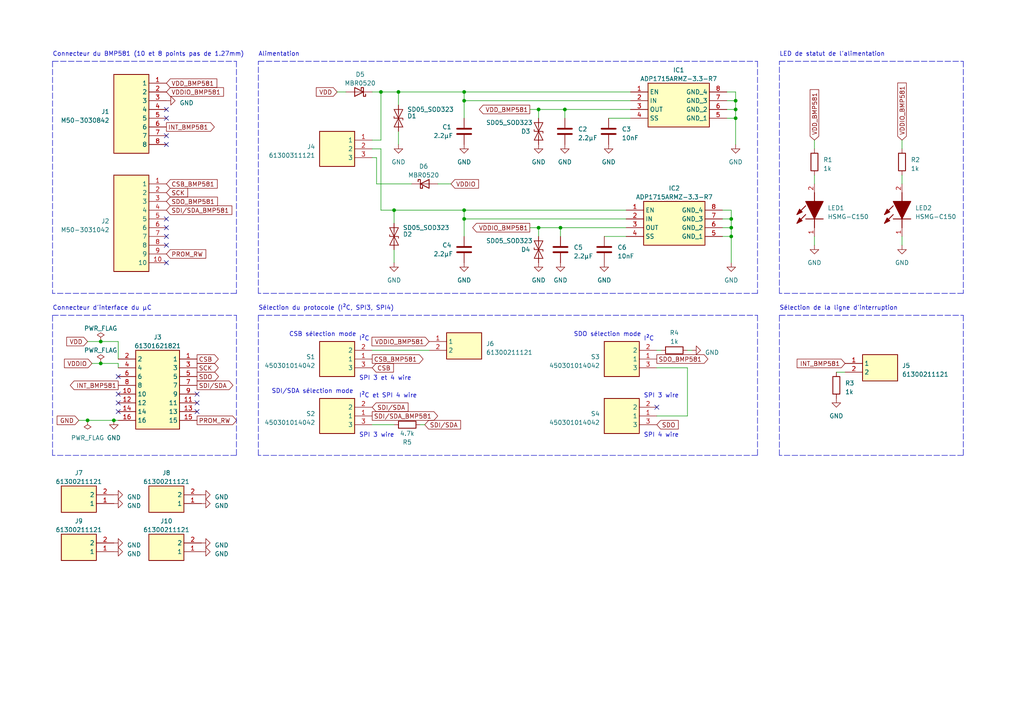
<source format=kicad_sch>
(kicad_sch (version 20250114) (generator "eeschema") (generator_version "9.0")
  (paper "A4")
  (title_block (title "Shield pour BMP581") (date "2024-08-15") (rev "A") (comment 1 "Auteur : Julien Cruvieux"))
  (lib_symbols
    (symbol "450301014042:450301014042"
      (property "Reference" "S" (at 16.51 7.62 0))
      (property "Value" "450301014042" (at 16.51 5.08 0))
      (symbol "450301014042_1_1"
        (rectangle (start 5.08 2.54) (end 15.24 -7.62) (stroke (width 0.254)) (fill (type background)))
        (pin passive line (at 0 0 0) (length 5.08) (name "2") (number "2"))
        (pin passive line (at 0 -2.54 0) (length 5.08) (name "1") (number "1"))
        (pin passive line (at 0 -5.08 0) (length 5.08) (name "3") (number "3"))
      )
    )
    (symbol "61300211121:61300211121"
      (property "Reference" "J" (at 16.51 7.62 0))
      (property "Value" "61300211121" (at 16.51 5.08 0))
      (symbol "61300211121_1_1"
        (rectangle (start 5.08 2.54) (end 15.24 -5.08) (stroke (width 0.254)) (fill (type background)))
        (pin passive line (at 0 0 0) (length 5.08) (name "1") (number "1"))
        (pin passive line (at 0 -2.54 0) (length 5.08) (name "2") (number "2"))
      )
    )
    (symbol "61300311121:61300311121"
      (property "Reference" "J" (at 16.51 7.62 0))
      (property "Value" "61300311121" (at 16.51 5.08 0))
      (symbol "61300311121_1_1"
        (rectangle (start 5.08 2.54) (end 15.24 -7.62) (stroke (width 0.254)) (fill (type background)))
        (pin passive line (at 0 0 0) (length 5.08) (name "1") (number "1"))
        (pin passive line (at 0 -2.54 0) (length 5.08) (name "2") (number "2"))
        (pin passive line (at 0 -5.08 0) (length 5.08) (name "3") (number "3"))
      )
    )
    (symbol "61301621821:61301621821"
      (property "Reference" "J" (at 19.05 7.62 0))
      (property "Value" "61301621821" (at 19.05 5.08 0))
      (symbol "61301621821_1_1"
        (rectangle (start 5.08 2.54) (end 17.78 -20.32) (stroke (width 0.254)) (fill (type background)))
        (pin passive line (at 0 0 0) (length 5.08) (name "1") (number "1"))
        (pin passive line (at 0 -2.54 0) (length 5.08) (name "3") (number "3"))
        (pin passive line (at 0 -5.08 0) (length 5.08) (name "5") (number "5"))
        (pin passive line (at 0 -7.62 0) (length 5.08) (name "7") (number "7"))
        (pin passive line (at 0 -10.16 0) (length 5.08) (name "9") (number "9"))
        (pin passive line (at 0 -12.7 0) (length 5.08) (name "11") (number "11"))
        (pin passive line (at 0 -15.24 0) (length 5.08) (name "13") (number "13"))
        (pin passive line (at 0 -17.78 0) (length 5.08) (name "15") (number "15"))
        (pin passive line (at 22.86 0 180) (length 5.08) (name "2") (number "2"))
        (pin passive line (at 22.86 -2.54 180) (length 5.08) (name "4") (number "4"))
        (pin passive line (at 22.86 -5.08 180) (length 5.08) (name "6") (number "6"))
        (pin passive line (at 22.86 -7.62 180) (length 5.08) (name "8") (number "8"))
        (pin passive line (at 22.86 -10.16 180) (length 5.08) (name "10") (number "10"))
        (pin passive line (at 22.86 -12.7 180) (length 5.08) (name "12") (number "12"))
        (pin passive line (at 22.86 -15.24 180) (length 5.08) (name "14") (number "14"))
        (pin passive line (at 22.86 -17.78 180) (length 5.08) (name "16") (number "16"))
      )
    )
    (symbol "ADP1715ARMZ-3_3-R7:ADP1715ARMZ-3.3-R7"
      (property "Reference" "IC" (at 24.13 7.62 0))
      (property "Value" "ADP1715ARMZ-3.3-R7" (at 24.13 5.08 0))
      (symbol "ADP1715ARMZ-3.3-R7_1_1"
        (rectangle (start 5.08 2.54) (end 22.86 -10.16) (stroke (width 0.254)) (fill (type background)))
        (pin passive line (at 0 0 0) (length 5.08) (name "EN") (number "1"))
        (pin passive line (at 0 -2.54 0) (length 5.08) (name "IN") (number "2"))
        (pin passive line (at 0 -5.08 0) (length 5.08) (name "OUT") (number "3"))
        (pin passive line (at 0 -7.62 0) (length 5.08) (name "SS") (number "4"))
        (pin passive line (at 27.94 0 180) (length 5.08) (name "GND_4") (number "8"))
        (pin passive line (at 27.94 -2.54 180) (length 5.08) (name "GND_3") (number "7"))
        (pin passive line (at 27.94 -5.08 180) (length 5.08) (name "GND_2") (number "6"))
        (pin passive line (at 27.94 -7.62 180) (length 5.08) (name "GND_1") (number "5"))
      )
    )
    (symbol "Device:C" (pin_numbers (hide yes)) (pin_names (offset 0.254))
      (property "Reference" "C" (at 0.635 2.54 0))
      (property "Value" "C" (at 0.635 -2.54 0))
      (symbol "C_0_1"
        (polyline (pts (xy -2.032 0.762) (xy 2.032 0.762)) (stroke (width 0.508)))
        (polyline (pts (xy -2.032 -0.762) (xy 2.032 -0.762)) (stroke (width 0.508)))
      )
      (symbol "C_1_1"
        (pin passive line (at 0 3.81 270) (length 2.794) (name "~") (number "1"))
        (pin passive line (at 0 -3.81 90) (length 2.794) (name "~") (number "2"))
      )
    )
    (symbol "Device:R" (pin_numbers (hide yes)) (pin_names (offset 0))
      (property "Reference" "R" (at 2.032 0 90))
      (property "Value" "R" (at 0 0 90))
      (symbol "R_0_1"
        (rectangle (start -1.016 -2.54) (end 1.016 2.54) (stroke (width 0.254)))
      )
      (symbol "R_1_1"
        (pin passive line (at 0 3.81 270) (length 1.27) (name "~") (number "1"))
        (pin passive line (at 0 -3.81 90) (length 1.27) (name "~") (number "2"))
      )
    )
    (symbol "Diode:MBR0520" (pin_numbers (hide yes)) (pin_names (offset 1.016) (hide yes))
      (property "Reference" "D" (at 0 2.54 0))
      (property "Value" "MBR0520" (at 0 -2.54 0))
      (symbol "MBR0520_0_1"
        (polyline (pts (xy -1.905 0.635) (xy -1.905 1.27) (xy -1.27 1.27) (xy -1.27 -1.27) (xy -0.635 -1.27) (xy -0.635 -0.635)) (stroke (width 0.254)))
        (polyline (pts (xy 1.27 1.27) (xy 1.27 -1.27) (xy -1.27 0) (xy 1.27 1.27)) (stroke (width 0.254)))
        (polyline (pts (xy 1.27 0) (xy -1.27 0)))
      )
      (symbol "MBR0520_1_1"
        (pin passive line (at -3.81 0 0) (length 2.54) (name "K") (number "1"))
        (pin passive line (at 3.81 0 180) (length 2.54) (name "A") (number "2"))
      )
    )
    (symbol "Diode:SD05_SOD323" (pin_numbers (hide yes)) (pin_names (offset 1.016) (hide yes))
      (property "Reference" "D" (at 0 2.54 0))
      (property "Value" "SD05_SOD323" (at 0 -2.54 0))
      (symbol "SD05_SOD323_0_1"
        (polyline (pts (xy -2.54 -1.27) (xy 0 0) (xy -2.54 1.27) (xy -2.54 -1.27)) (stroke (width 0.2032)))
        (polyline (pts (xy 0.508 1.27) (xy 0 1.27) (xy 0 -1.27) (xy -0.508 -1.27)) (stroke (width 0.2032)))
        (polyline (pts (xy 1.27 0) (xy -1.27 0)))
        (polyline (pts (xy 2.54 1.27) (xy 2.54 -1.27) (xy 0 0) (xy 2.54 1.27)) (stroke (width 0.2032)))
      )
      (symbol "SD05_SOD323_1_1"
        (pin passive line (at -3.81 0 0) (length 2.54) (name "A1") (number "1"))
        (pin passive line (at 3.81 0 180) (length 2.54) (name "A2") (number "2"))
      )
    )
    (symbol "HSMG-C150:HSMG-C150" (pin_names (hide yes))
      (property "Reference" "LED" (at 12.7 8.89 0))
      (property "Value" "HSMG-C150" (at 12.7 6.35 0))
      (symbol "HSMG-C150_1_1"
        (polyline (pts (xy 2.54 0) (xy 5.08 0)) (stroke (width 0.254)))
        (polyline (pts (xy 5.08 2.54) (xy 5.08 -2.54)) (stroke (width 0.254)))
        (polyline (pts (xy 5.08 0) (xy 10.16 2.54) (xy 10.16 -2.54) (xy 5.08 0)) (stroke (width 0.254)) (fill (type outline)))
        (polyline (pts (xy 5.334 4.318) (xy 4.572 3.556) (xy 3.81 5.08) (xy 5.334 4.318)) (stroke (width 0.254)) (fill (type outline)))
        (polyline (pts (xy 6.35 2.54) (xy 3.81 5.08)) (stroke (width 0.254)))
        (polyline (pts (xy 7.874 4.318) (xy 7.112 3.556) (xy 6.35 5.08) (xy 7.874 4.318)) (stroke (width 0.254)) (fill (type outline)))
        (polyline (pts (xy 8.89 2.54) (xy 6.35 5.08)) (stroke (width 0.254)))
        (polyline (pts (xy 10.16 0) (xy 12.7 0)) (stroke (width 0.254)))
        (pin passive line (at 0 0 0) (length 2.54) (name "K") (number "1"))
        (pin passive line (at 15.24 0 180) (length 2.54) (name "A") (number "2"))
      )
    )
    (symbol "M50-3030842:M50-3030842"
      (property "Reference" "J" (at 16.51 7.62 0))
      (property "Value" "M50-3030842" (at 16.51 5.08 0))
      (symbol "M50-3030842_1_1"
        (rectangle (start 5.08 2.54) (end 15.24 -20.32) (stroke (width 0.254)) (fill (type background)))
        (pin passive line (at 0 0 0) (length 5.08) (name "1") (number "1"))
        (pin passive line (at 0 -2.54 0) (length 5.08) (name "2") (number "2"))
        (pin passive line (at 0 -5.08 0) (length 5.08) (name "3") (number "3"))
        (pin passive line (at 0 -7.62 0) (length 5.08) (name "4") (number "4"))
        (pin passive line (at 0 -10.16 0) (length 5.08) (name "5") (number "5"))
        (pin passive line (at 0 -12.7 0) (length 5.08) (name "6") (number "6"))
        (pin passive line (at 0 -15.24 0) (length 5.08) (name "7") (number "7"))
        (pin passive line (at 0 -17.78 0) (length 5.08) (name "8") (number "8"))
      )
    )
    (symbol "M50-3031042:M50-3031042"
      (property "Reference" "J" (at 16.51 7.62 0))
      (property "Value" "M50-3031042" (at 16.51 5.08 0))
      (symbol "M50-3031042_1_1"
        (rectangle (start 5.08 2.54) (end 15.24 -25.4) (stroke (width 0.254)) (fill (type background)))
        (pin passive line (at 0 0 0) (length 5.08) (name "1") (number "1"))
        (pin passive line (at 0 -2.54 0) (length 5.08) (name "2") (number "2"))
        (pin passive line (at 0 -5.08 0) (length 5.08) (name "3") (number "3"))
        (pin passive line (at 0 -7.62 0) (length 5.08) (name "4") (number "4"))
        (pin passive line (at 0 -10.16 0) (length 5.08) (name "5") (number "5"))
        (pin passive line (at 0 -12.7 0) (length 5.08) (name "6") (number "6"))
        (pin passive line (at 0 -15.24 0) (length 5.08) (name "7") (number "7"))
        (pin passive line (at 0 -17.78 0) (length 5.08) (name "8") (number "8"))
        (pin passive line (at 0 -20.32 0) (length 5.08) (name "9") (number "9"))
        (pin passive line (at 0 -22.86 0) (length 5.08) (name "10") (number "10"))
      )
    )
    (symbol "power:GND" (power) (pin_names (offset 0))
      (property "Value" "GND" (at 0 -3.81 0))
      (symbol "GND_0_1"
        (polyline (pts (xy 0 0) (xy 0 -1.27) (xy 1.27 -1.27) (xy 0 -2.54) (xy -1.27 -1.27) (xy 0 -1.27)))
      )
      (symbol "GND_1_1"
        (pin power_in line (at 0 0 270) (length 0) (hide yes) (name "GND") (number "1"))
      )
    )
    (symbol "power:PWR_FLAG" (power) (pin_numbers (hide yes)) (pin_names (offset 0) (hide yes))
      (property "Value" "PWR_FLAG" (at 0 3.81 0))
      (symbol "PWR_FLAG_0_0"
        (pin power_out line (at 0 0 90) (length 0) (name "pwr") (number "1"))
      )
      (symbol "PWR_FLAG_0_1"
        (polyline (pts (xy 0 0) (xy 0 1.27) (xy -1.016 1.905) (xy 0 2.54) (xy 1.016 1.905) (xy 0 1.27)))
      )
    )
  )
  (text "SPI 3 wire" (at 186.69 115.57 0) (effects (font (size 1.27 1.27)) (justify left bottom)))
  (text "I²C et SPI 4 wire" (at 104.14 115.57 0) (effects (font (size 1.27 1.27)) (justify left bottom)))
  (text "Alimentation" (at 74.93 16.51 0) (effects (font (size 1.27 1.27)) (justify left bottom)))
  (text "Connecteur d'interface du µC" (at 15.24 90.17 0) (effects (font (size 1.27 1.27)) (justify left bottom)))
  (text "LED de statut de l'alimentation" (at 226.06 16.51 0) (effects (font (size 1.27 1.27)) (justify left bottom)))
  (text "SPI 4 wire" (at 186.69 127 0) (effects (font (size 1.27 1.27)) (justify left bottom)))
  (text "SDI/SDA sélection mode" (at 78.74 114.3 0) (effects (font (size 1.27 1.27)) (justify left bottom)))
  (text "Connecteur du BMP581 (10 et 8 points pas de 1.27mm)\n" (at 15.24 16.51 0) (effects (font (size 1.27 1.27)) (justify left bottom)))
  (text "I²C" (at 104.14 99.06 0) (effects (font (size 1.27 1.27)) (justify left bottom)))
  (text "SPI 3 et 4 wire" (at 104.14 110.49 0) (effects (font (size 1.27 1.27)) (justify left bottom)))
  (text "SPI 3 wire" (at 104.14 127 0) (effects (font (size 1.27 1.27)) (justify left bottom)))
  (text "CSB sélection mode" (at 83.82 97.79 0) (effects (font (size 1.27 1.27)) (justify left bottom)))
  (text "I²C" (at 186.69 99.06 0) (effects (font (size 1.27 1.27)) (justify left bottom)))
  (text "SDO sélection mode" (at 166.37 97.79 0) (effects (font (size 1.27 1.27)) (justify left bottom)))
  (text "Sélection du protocole (I²C, SPI3, SPI4)" (at 74.93 90.17 0) (effects (font (size 1.27 1.27)) (justify left bottom)))
  (text "Sélection de la ligne d'interruption" (at 226.06 90.17 0) (effects (font (size 1.27 1.27)) (justify left bottom)))
  (junction (at 134.62 63.5))
  (junction (at 212.09 63.5))
  (junction (at 29.21 99.06))
  (junction (at 33.02 121.92))
  (junction (at 115.57 26.67))
  (junction (at 212.09 68.58))
  (junction (at 162.56 66.04))
  (junction (at 213.36 34.29))
  (junction (at 25.4 121.92))
  (junction (at 134.62 60.96))
  (junction (at 156.21 66.04))
  (junction (at 163.83 31.75))
  (junction (at 134.62 29.21))
  (junction (at 114.3 60.96))
  (junction (at 212.09 66.04))
  (junction (at 213.36 29.21))
  (junction (at 156.21 31.75))
  (junction (at 110.49 26.67))
  (junction (at 213.36 31.75))
  (junction (at 134.62 26.67))
  (junction (at 29.21 105.41))
  (no_connect (at 48.26 41.91))
  (no_connect (at 190.5 118.11))
  (no_connect (at 48.26 71.12))
  (no_connect (at 48.26 63.5))
  (no_connect (at 57.15 119.38))
  (no_connect (at 48.26 68.58))
  (no_connect (at 57.15 114.3))
  (no_connect (at 34.29 116.84))
  (no_connect (at 48.26 39.37))
  (no_connect (at 34.29 109.22))
  (no_connect (at 48.26 66.04))
  (no_connect (at 34.29 119.38))
  (no_connect (at 48.26 31.75))
  (no_connect (at 34.29 114.3))
  (no_connect (at 48.26 34.29))
  (no_connect (at 57.15 116.84))
  (no_connect (at 48.26 76.2))
  (wire (pts (xy 199.39 106.68) (xy 190.5 106.68)))
  (wire (pts (xy 114.3 60.96) (xy 114.3 64.77)))
  (wire (pts (xy 156.21 68.58) (xy 156.21 66.04)))
  (polyline (pts (xy 74.93 132.08) (xy 74.93 91.44)) (stroke (width 0) (type dash)))
  (wire (pts (xy 34.29 99.06) (xy 34.29 104.14)))
  (wire (pts (xy 212.09 68.58) (xy 212.09 76.2)))
  (wire (pts (xy 115.57 26.67) (xy 134.62 26.67)))
  (wire (pts (xy 175.26 68.58) (xy 181.61 68.58)))
  (wire (pts (xy 213.36 29.21) (xy 213.36 31.75)))
  (wire (pts (xy 134.62 60.96) (xy 134.62 63.5)))
  (wire (pts (xy 107.95 45.72) (xy 109.22 45.72)))
  (wire (pts (xy 212.09 66.04) (xy 212.09 68.58)))
  (wire (pts (xy 209.55 68.58) (xy 212.09 68.58)))
  (wire (pts (xy 29.21 99.06) (xy 34.29 99.06)))
  (polyline (pts (xy 74.93 91.44) (xy 219.71 91.44)) (stroke (width 0) (type dash)))
  (polyline (pts (xy 226.06 132.08) (xy 226.06 91.44)) (stroke (width 0) (type dash)))
  (wire (pts (xy 209.55 60.96) (xy 212.09 60.96)))
  (wire (pts (xy 107.95 123.19) (xy 114.3 123.19)))
  (wire (pts (xy 156.21 31.75) (xy 163.83 31.75)))
  (wire (pts (xy 134.62 60.96) (xy 181.61 60.96)))
  (wire (pts (xy 199.39 120.65) (xy 199.39 106.68)))
  (polyline (pts (xy 226.06 85.09) (xy 226.06 17.78)) (stroke (width 0) (type dash)))
  (wire (pts (xy 33.02 121.92) (xy 34.29 121.92)))
  (polyline (pts (xy 219.71 17.78) (xy 219.71 85.09)) (stroke (width 0) (type dash)))
  (polyline (pts (xy 68.58 132.08) (xy 15.24 132.08)) (stroke (width 0) (type dash)))
  (wire (pts (xy 107.95 101.6) (xy 124.46 101.6)))
  (wire (pts (xy 110.49 40.64) (xy 107.95 40.64)))
  (wire (pts (xy 163.83 31.75) (xy 182.88 31.75)))
  (polyline (pts (xy 74.93 85.09) (xy 74.93 17.78)) (stroke (width 0) (type dash)))
  (wire (pts (xy 261.62 40.64) (xy 261.62 43.18)))
  (wire (pts (xy 236.22 40.64) (xy 236.22 43.18)))
  (wire (pts (xy 97.79 26.67) (xy 100.33 26.67)))
  (wire (pts (xy 115.57 38.1) (xy 115.57 41.91)))
  (wire (pts (xy 110.49 43.18) (xy 110.49 60.96)))
  (polyline (pts (xy 279.4 91.44) (xy 279.4 132.08)) (stroke (width 0) (type dash)))
  (wire (pts (xy 134.62 29.21) (xy 182.88 29.21)))
  (wire (pts (xy 210.82 29.21) (xy 213.36 29.21)))
  (polyline (pts (xy 219.71 85.09) (xy 74.93 85.09)) (stroke (width 0) (type dash)))
  (wire (pts (xy 236.22 68.58) (xy 236.22 71.12)))
  (polyline (pts (xy 226.06 91.44) (xy 279.4 91.44)) (stroke (width 0) (type dash)))
  (wire (pts (xy 134.62 68.58) (xy 134.62 63.5)))
  (polyline (pts (xy 68.58 17.78) (xy 68.58 85.09)) (stroke (width 0) (type dash)))
  (wire (pts (xy 210.82 34.29) (xy 213.36 34.29)))
  (wire (pts (xy 114.3 60.96) (xy 134.62 60.96)))
  (wire (pts (xy 190.5 120.65) (xy 199.39 120.65)))
  (wire (pts (xy 114.3 72.39) (xy 114.3 76.2)))
  (wire (pts (xy 107.95 26.67) (xy 110.49 26.67)))
  (wire (pts (xy 110.49 60.96) (xy 114.3 60.96)))
  (wire (pts (xy 134.62 34.29) (xy 134.62 29.21)))
  (wire (pts (xy 22.86 121.92) (xy 25.4 121.92)))
  (wire (pts (xy 213.36 34.29) (xy 213.36 41.91)))
  (polyline (pts (xy 68.58 85.09) (xy 15.24 85.09)) (stroke (width 0) (type dash)))
  (wire (pts (xy 212.09 60.96) (xy 212.09 63.5)))
  (wire (pts (xy 109.22 45.72) (xy 109.22 53.34)))
  (polyline (pts (xy 226.06 17.78) (xy 279.4 17.78)) (stroke (width 0) (type dash)))
  (polyline (pts (xy 279.4 85.09) (xy 226.06 85.09)) (stroke (width 0) (type dash)))
  (wire (pts (xy 212.09 63.5) (xy 212.09 66.04)))
  (wire (pts (xy 127 53.34) (xy 130.81 53.34)))
  (polyline (pts (xy 15.24 91.44) (xy 68.58 91.44)) (stroke (width 0) (type dash)))
  (wire (pts (xy 209.55 63.5) (xy 212.09 63.5)))
  (wire (pts (xy 156.21 31.75) (xy 156.21 34.29)))
  (wire (pts (xy 134.62 26.67) (xy 182.88 26.67)))
  (polyline (pts (xy 279.4 17.78) (xy 279.4 85.09)) (stroke (width 0) (type dash)))
  (wire (pts (xy 162.56 68.58) (xy 162.56 66.04)))
  (polyline (pts (xy 15.24 132.08) (xy 15.24 91.44)) (stroke (width 0) (type dash)))
  (wire (pts (xy 134.62 63.5) (xy 181.61 63.5)))
  (wire (pts (xy 210.82 31.75) (xy 213.36 31.75)))
  (wire (pts (xy 25.4 99.06) (xy 29.21 99.06)))
  (wire (pts (xy 110.49 26.67) (xy 110.49 40.64)))
  (wire (pts (xy 115.57 26.67) (xy 115.57 30.48)))
  (wire (pts (xy 261.62 50.8) (xy 261.62 53.34)))
  (wire (pts (xy 209.55 66.04) (xy 212.09 66.04)))
  (polyline (pts (xy 219.71 91.44) (xy 219.71 132.08)) (stroke (width 0) (type dash)))
  (wire (pts (xy 25.4 121.92) (xy 33.02 121.92)))
  (wire (pts (xy 199.39 101.6) (xy 200.66 101.6)))
  (wire (pts (xy 121.92 123.19) (xy 123.19 123.19)))
  (wire (pts (xy 107.95 43.18) (xy 110.49 43.18)))
  (wire (pts (xy 134.62 26.67) (xy 134.62 29.21)))
  (wire (pts (xy 29.21 105.41) (xy 34.29 105.41)))
  (wire (pts (xy 190.5 101.6) (xy 191.77 101.6)))
  (polyline (pts (xy 15.24 17.78) (xy 15.24 85.09)) (stroke (width 0) (type dash)))
  (wire (pts (xy 153.67 66.04) (xy 156.21 66.04)))
  (wire (pts (xy 236.22 50.8) (xy 236.22 53.34)))
  (wire (pts (xy 210.82 26.67) (xy 213.36 26.67)))
  (wire (pts (xy 242.57 107.95) (xy 245.11 107.95)))
  (wire (pts (xy 213.36 31.75) (xy 213.36 34.29)))
  (wire (pts (xy 109.22 53.34) (xy 119.38 53.34)))
  (wire (pts (xy 156.21 66.04) (xy 162.56 66.04)))
  (wire (pts (xy 26.67 105.41) (xy 29.21 105.41)))
  (wire (pts (xy 176.53 34.29) (xy 182.88 34.29)))
  (polyline (pts (xy 15.24 17.78) (xy 68.58 17.78)) (stroke (width 0) (type dash)))
  (wire (pts (xy 153.67 31.75) (xy 156.21 31.75)))
  (wire (pts (xy 34.29 105.41) (xy 34.29 106.68)))
  (wire (pts (xy 163.83 34.29) (xy 163.83 31.75)))
  (polyline (pts (xy 279.4 132.08) (xy 226.06 132.08)) (stroke (width 0) (type dash)))
  (wire (pts (xy 261.62 68.58) (xy 261.62 71.12)))
  (polyline (pts (xy 74.93 17.78) (xy 219.71 17.78)) (stroke (width 0) (type dash)))
  (wire (pts (xy 162.56 66.04) (xy 181.61 66.04)))
  (wire (pts (xy 115.57 26.67) (xy 110.49 26.67)))
  (wire (pts (xy 213.36 26.67) (xy 213.36 29.21)))
  (polyline (pts (xy 219.71 132.08) (xy 74.93 132.08)) (stroke (width 0) (type dash)))
  (polyline (pts (xy 68.58 91.44) (xy 68.58 132.08)) (stroke (width 0) (type dash)))
  (global_label "SDI{slash}SDA_BMP581" (shape output) (at 107.95 120.65 0) (property "Intersheetrefs" "${INTERSHEET_REFS}" (effects (hide yes))))
  (global_label "SDO_BMP581" (shape input) (at 48.26 58.42 0) (property "Intersheetrefs" "${INTERSHEET_REFS}" (effects (hide yes))))
  (global_label "INT_BMP581" (shape input) (at 245.11 105.41 180) (property "Intersheetrefs" "${INTERSHEET_REFS}" (effects (hide yes))))
  (global_label "PROM_RW" (shape input) (at 48.26 73.66 0) (property "Intersheetrefs" "${INTERSHEET_REFS}" (effects (hide yes))))
  (global_label "SDI{slash}SDA" (shape input) (at 107.95 118.11 0) (property "Intersheetrefs" "${INTERSHEET_REFS}" (effects (hide yes))))
  (global_label "SDI{slash}SDA" (shape output) (at 57.15 111.76 0) (property "Intersheetrefs" "${INTERSHEET_REFS}" (effects (hide yes))))
  (global_label "SCK" (shape output) (at 57.15 106.68 0) (property "Intersheetrefs" "${INTERSHEET_REFS}" (effects (hide yes))))
  (global_label "SDO" (shape output) (at 57.15 109.22 0) (property "Intersheetrefs" "${INTERSHEET_REFS}" (effects (hide yes))))
  (global_label "SDO" (shape input) (at 190.5 123.19 0) (property "Intersheetrefs" "${INTERSHEET_REFS}" (effects (hide yes))))
  (global_label "PROM_RW" (shape output) (at 57.15 121.92 0) (property "Intersheetrefs" "${INTERSHEET_REFS}" (effects (hide yes))))
  (global_label "VDDIO_BMP581" (shape output) (at 153.67 66.04 180) (property "Intersheetrefs" "${INTERSHEET_REFS}" (effects (hide yes))))
  (global_label "INT_BMP581" (shape output) (at 34.29 111.76 180) (property "Intersheetrefs" "${INTERSHEET_REFS}" (effects (hide yes))))
  (global_label "CSB" (shape output) (at 57.15 104.14 0) (property "Intersheetrefs" "${INTERSHEET_REFS}" (effects (hide yes))))
  (global_label "INT_BMP581" (shape output) (at 48.26 36.83 0) (property "Intersheetrefs" "${INTERSHEET_REFS}" (effects (hide yes))))
  (global_label "CSB_BMP581" (shape input) (at 48.26 53.34 0) (property "Intersheetrefs" "${INTERSHEET_REFS}" (effects (hide yes))))
  (global_label "VDD_BMP581" (shape input) (at 236.22 40.64 90) (property "Intersheetrefs" "${INTERSHEET_REFS}" (effects (hide yes))))
  (global_label "VDDIO" (shape input) (at 130.81 53.34 0) (property "Intersheetrefs" "${INTERSHEET_REFS}" (effects (hide yes))))
  (global_label "VDD_BMP581" (shape input) (at 48.26 24.13 0) (property "Intersheetrefs" "${INTERSHEET_REFS}" (effects (hide yes))))
  (global_label "SCK" (shape input) (at 48.26 55.88 0) (property "Intersheetrefs" "${INTERSHEET_REFS}" (effects (hide yes))))
  (global_label "VDD_BMP581" (shape output) (at 153.67 31.75 180) (property "Intersheetrefs" "${INTERSHEET_REFS}" (effects (hide yes))))
  (global_label "VDDIO_BMP581" (shape input) (at 124.46 99.06 180) (property "Intersheetrefs" "${INTERSHEET_REFS}" (effects (hide yes))))
  (global_label "VDD" (shape input) (at 97.79 26.67 180) (property "Intersheetrefs" "${INTERSHEET_REFS}" (effects (hide yes))))
  (global_label "VDDIO_BMP581" (shape input) (at 261.62 40.64 90) (property "Intersheetrefs" "${INTERSHEET_REFS}" (effects (hide yes))))
  (global_label "VDDIO" (shape input) (at 26.67 105.41 180) (property "Intersheetrefs" "${INTERSHEET_REFS}" (effects (hide yes))))
  (global_label "VDDIO_BMP581" (shape input) (at 48.26 26.67 0) (property "Intersheetrefs" "${INTERSHEET_REFS}" (effects (hide yes))))
  (global_label "VDD" (shape input) (at 25.4 99.06 180) (property "Intersheetrefs" "${INTERSHEET_REFS}" (effects (hide yes))))
  (global_label "SDI{slash}SDA" (shape input) (at 123.19 123.19 0) (property "Intersheetrefs" "${INTERSHEET_REFS}" (effects (hide yes))))
  (global_label "CSB" (shape input) (at 107.95 106.68 0) (property "Intersheetrefs" "${INTERSHEET_REFS}" (effects (hide yes))))
  (global_label "SDO_BMP581" (shape output) (at 190.5 104.14 0) (property "Intersheetrefs" "${INTERSHEET_REFS}" (effects (hide yes))))
  (global_label "SDI{slash}SDA_BMP581" (shape input) (at 48.26 60.96 0) (property "Intersheetrefs" "${INTERSHEET_REFS}" (effects (hide yes))))
  (global_label "CSB_BMP581" (shape output) (at 107.95 104.14 0) (property "Intersheetrefs" "${INTERSHEET_REFS}" (effects (hide yes))))
  (global_label "GND" (shape input) (at 22.86 121.92 180) (property "Intersheetrefs" "${INTERSHEET_REFS}" (effects (hide yes))))
  (symbol (lib_id "power:GND") (at 261.62 71.12 0) (unit 1)
    (property "Reference" "#PWR013" (effects (hide yes)))
    (property "Value" "GND" (at 261.62 76.2 0))
  )
  (symbol (lib_id "HSMG-C150:HSMG-C150") (at 261.62 68.58 90) (unit 1)
    (property "Reference" "LED2" (at 265.43 60.325 90) (effects (justify right)))
    (property "Value" "HSMG-C150" (at 265.43 62.865 90) (effects (justify right)))
    (property "Footprint" "KiCad_HSMG-C150:LEDC3216X120N" (effects (hide yes)))
    (property "Datasheet" "https://docs.broadcom.com/docs/AV02-0551EN" (effects (hide yes)))
    (property "Height" "1.2" (effects (hide yes)))
    (property "Mouser Part Number" "630-HSMG-C150" (effects (hide yes)))
    (property "Mouser Price/Stock" "https://www.mouser.co.uk/ProductDetail/Broadcom-Avago/HSMG-C150?qs=YDL0qNrpDT6zJe9nNPPiZQ%3D%3D" (effects (hide yes)))
    (property "Manufacturer_Name" "Avago Technologies" (effects (hide yes)))
    (property "Manufacturer_Part_Number" "HSMG-C150" (effects (hide yes)))
  )
  (symbol (lib_id "M50-3031042:M50-3031042") (at 48.26 53.34 0) (mirror y) (unit 1)
    (property "Reference" "J2" (at 31.75 64.135 0) (effects (justify left)))
    (property "Value" "M50-3031042" (at 31.75 66.675 0) (effects (justify left)))
    (property "Footprint" "KiCad_M503031042:M503031042" (effects (hide yes)))
    (property "Datasheet" "https://cdn.harwin.com/pdfs/M50-303.pdf" (effects (hide yes)))
    (property "Height" "4.55" (effects (hide yes)))
    (property "Manufacturer_Name" "Harwin" (effects (hide yes)))
    (property "Manufacturer_Part_Number" "M50-3031042" (effects (hide yes)))
    (property "Mouser Part Number" "855-M50-3031042" (effects (hide yes)))
    (property "Mouser Price/Stock" "https://www.mouser.co.uk/ProductDetail/Harwin/M50-3031042?qs=%252BdQmOuGyFcGr7bDrWORUuA%3D%3D" (effects (hide yes)))
  )
  (symbol (lib_id "power:GND") (at 58.42 146.05 90) (unit 1)
    (property "Reference" "#PWR021" (effects (hide yes)))
    (property "Value" "GND" (at 62.23 146.685 90) (effects (justify right)))
  )
  (symbol (lib_id "61300211121:61300211121") (at 33.02 160.02 180) (unit 1)
    (property "Reference" "J9" (at 22.86 151.13 0))
    (property "Value" "61300211121" (at 22.86 153.67 0))
    (property "Footprint" "KiCad_61300211121:HDRV2W110P0X254_1X2_508X254X854P" (effects (hide yes)))
    (property "Datasheet" "https://componentsearchengine.com/Datasheets/2/61300211121.pdf" (effects (hide yes)))
    (property "Height" "8.54" (effects (hide yes)))
    (property "Mouser Part Number" "710-61300211121" (effects (hide yes)))
    (property "Mouser Price/Stock" "https://www.mouser.co.uk/ProductDetail/Wurth-Elektronik/61300211121?qs=t4813l51qx%252B1A5GYDQxPlw%3D%3D" (effects (hide yes)))
    (property "Manufacturer_Name" "Wurth Elektronik" (effects (hide yes)))
    (property "Manufacturer_Part_Number" "61300211121" (effects (hide yes)))
  )
  (symbol (lib_id "61300211121:61300211121") (at 124.46 99.06 0) (unit 1)
    (property "Reference" "J6" (at 140.97 99.695 0) (effects (justify left)))
    (property "Value" "61300211121" (at 140.97 102.235 0) (effects (justify left)))
    (property "Footprint" "KiCad_61300211121:HDRV2W110P0X254_1X2_508X254X854P" (effects (hide yes)))
    (property "Datasheet" "https://componentsearchengine.com/Datasheets/2/61300211121.pdf" (effects (hide yes)))
    (property "Height" "8.54" (effects (hide yes)))
    (property "Mouser Part Number" "710-61300211121" (effects (hide yes)))
    (property "Mouser Price/Stock" "https://www.mouser.co.uk/ProductDetail/Wurth-Elektronik/61300211121?qs=t4813l51qx%252B1A5GYDQxPlw%3D%3D" (effects (hide yes)))
    (property "Manufacturer_Name" "Wurth Elektronik" (effects (hide yes)))
    (property "Manufacturer_Part_Number" "61300211121" (effects (hide yes)))
  )
  (symbol (lib_id "450301014042:450301014042") (at 107.95 118.11 0) (mirror y) (unit 1)
    (property "Reference" "S2" (at 91.44 120.015 0) (effects (justify left)))
    (property "Value" "450301014042" (at 91.44 122.555 0) (effects (justify left)))
    (property "Footprint" "KiCad_450301014042:450301014042" (effects (hide yes)))
    (property "Datasheet" "https://datasheet.datasheetarchive.com/originals/distributors/DKDS-9/165080.pdf" (effects (hide yes)))
    (property "Mouser Part Number" "710-450301014042" (effects (hide yes)))
    (property "Mouser Price/Stock" "https://www.mouser.co.uk/ProductDetail/Wurth-Elektronik/450301014042?qs=wr8lucFkNMW0uepaR4R%2Fww%3D%3D" (effects (hide yes)))
    (property "Manufacturer_Name" "Wurth Elektronik" (effects (hide yes)))
    (property "Manufacturer_Part_Number" "450301014042" (effects (hide yes)))
  )
  (symbol (lib_id "61300211121:61300211121") (at 58.42 146.05 180) (unit 1)
    (property "Reference" "J8" (at 48.26 137.16 0))
    (property "Value" "61300211121" (at 48.26 139.7 0))
    (property "Footprint" "KiCad_61300211121:HDRV2W110P0X254_1X2_508X254X854P" (effects (hide yes)))
    (property "Datasheet" "https://componentsearchengine.com/Datasheets/2/61300211121.pdf" (effects (hide yes)))
    (property "Height" "8.54" (effects (hide yes)))
    (property "Mouser Part Number" "710-61300211121" (effects (hide yes)))
    (property "Mouser Price/Stock" "https://www.mouser.co.uk/ProductDetail/Wurth-Elektronik/61300211121?qs=t4813l51qx%252B1A5GYDQxPlw%3D%3D" (effects (hide yes)))
    (property "Manufacturer_Name" "Wurth Elektronik" (effects (hide yes)))
    (property "Manufacturer_Part_Number" "61300211121" (effects (hide yes)))
  )
  (symbol (lib_id "Device:C") (at 176.53 38.1 0) (unit 1)
    (property "Reference" "C3" (at 180.34 37.465 0) (effects (justify left)))
    (property "Value" "10nF" (at 180.34 40.005 0) (effects (justify left)))
    (property "Footprint" "Capacitor_SMD:C_0603_1608Metric_Pad1.08x0.95mm_HandSolder" (effects (hide yes)))
  )
  (symbol (lib_id "power:GND") (at 33.02 160.02 90) (unit 1)
    (property "Reference" "#PWR026" (effects (hide yes)))
    (property "Value" "GND" (at 36.83 160.655 90) (effects (justify right)))
  )
  (symbol (lib_id "450301014042:450301014042") (at 107.95 101.6 0) (mirror y) (unit 1)
    (property "Reference" "S1" (at 91.44 103.505 0) (effects (justify left)))
    (property "Value" "450301014042" (at 91.44 106.045 0) (effects (justify left)))
    (property "Footprint" "KiCad_450301014042:450301014042" (effects (hide yes)))
    (property "Datasheet" "https://datasheet.datasheetarchive.com/originals/distributors/DKDS-9/165080.pdf" (effects (hide yes)))
    (property "Mouser Part Number" "710-450301014042" (effects (hide yes)))
    (property "Mouser Price/Stock" "https://www.mouser.co.uk/ProductDetail/Wurth-Elektronik/450301014042?qs=wr8lucFkNMW0uepaR4R%2Fww%3D%3D" (effects (hide yes)))
    (property "Manufacturer_Name" "Wurth Elektronik" (effects (hide yes)))
    (property "Manufacturer_Part_Number" "450301014042" (effects (hide yes)))
  )
  (symbol (lib_id "power:PWR_FLAG") (at 25.4 121.92 180) (unit 1)
    (property "Reference" "#FLG02" (effects (hide yes)))
    (property "Value" "PWR_FLAG" (at 25.4 127 0))
  )
  (symbol (lib_id "Device:C") (at 175.26 72.39 0) (unit 1)
    (property "Reference" "C6" (at 179.07 71.755 0) (effects (justify left)))
    (property "Value" "10nF" (at 179.07 74.295 0) (effects (justify left)))
    (property "Footprint" "Capacitor_SMD:C_0603_1608Metric_Pad1.08x0.95mm_HandSolder" (effects (hide yes)))
  )
  (symbol (lib_id "61300211121:61300211121") (at 33.02 146.05 180) (unit 1)
    (property "Reference" "J7" (at 22.86 137.16 0))
    (property "Value" "61300211121" (at 22.86 139.7 0))
    (property "Footprint" "KiCad_61300211121:HDRV2W110P0X254_1X2_508X254X854P" (effects (hide yes)))
    (property "Datasheet" "https://componentsearchengine.com/Datasheets/2/61300211121.pdf" (effects (hide yes)))
    (property "Height" "8.54" (effects (hide yes)))
    (property "Mouser Part Number" "710-61300211121" (effects (hide yes)))
    (property "Mouser Price/Stock" "https://www.mouser.co.uk/ProductDetail/Wurth-Elektronik/61300211121?qs=t4813l51qx%252B1A5GYDQxPlw%3D%3D" (effects (hide yes)))
    (property "Manufacturer_Name" "Wurth Elektronik" (effects (hide yes)))
    (property "Manufacturer_Part_Number" "61300211121" (effects (hide yes)))
  )
  (symbol (lib_id "Device:R") (at 236.22 46.99 0) (unit 1)
    (property "Reference" "R1" (at 238.76 46.355 0) (effects (justify left)))
    (property "Value" "1k" (at 238.76 48.895 0) (effects (justify left)))
    (property "Footprint" "Resistor_SMD:R_0603_1608Metric_Pad0.98x0.95mm_HandSolder" (effects (hide yes)))
  )
  (symbol (lib_id "61300211121:61300211121") (at 245.11 105.41 0) (unit 1)
    (property "Reference" "J5" (at 261.62 106.045 0) (effects (justify left)))
    (property "Value" "61300211121" (at 261.62 108.585 0) (effects (justify left)))
    (property "Footprint" "KiCad_61300211121:HDRV2W110P0X254_1X2_508X254X854P" (effects (hide yes)))
    (property "Datasheet" "https://componentsearchengine.com/Datasheets/2/61300211121.pdf" (effects (hide yes)))
    (property "Height" "8.54" (effects (hide yes)))
    (property "Mouser Part Number" "710-61300211121" (effects (hide yes)))
    (property "Mouser Price/Stock" "https://www.mouser.co.uk/ProductDetail/Wurth-Elektronik/61300211121?qs=t4813l51qx%252B1A5GYDQxPlw%3D%3D" (effects (hide yes)))
    (property "Manufacturer_Name" "Wurth Elektronik" (effects (hide yes)))
    (property "Manufacturer_Part_Number" "61300211121" (effects (hide yes)))
  )
  (symbol (lib_id "power:GND") (at 33.02 121.92 0) (unit 1)
    (property "Reference" "#PWR017" (effects (hide yes)))
    (property "Value" "GND" (at 33.02 127 0))
  )
  (symbol (lib_id "power:GND") (at 114.3 76.2 0) (unit 1)
    (property "Reference" "#PWR08" (effects (hide yes)))
    (property "Value" "GND" (at 114.3 81.28 0))
  )
  (symbol (lib_id "Diode:SD05_SOD323") (at 156.21 38.1 90) (unit 1)
    (property "Reference" "D3" (at 151.13 38.1 90) (effects (justify right)))
    (property "Value" "SD05_SOD323" (at 140.97 35.56 90) (effects (justify right)))
    (property "Footprint" "Diode_SMD:D_SOD-323_HandSoldering" (effects (hide yes)))
    (property "Datasheet" "https://www.littelfuse.com/~/media/electronics/datasheets/tvs_diode_arrays/littelfuse_tvs_diode_array_sd_c_datasheet.pdf.pdf" (effects (hide yes)))
  )
  (symbol (lib_id "power:GND") (at 33.02 146.05 90) (unit 1)
    (property "Reference" "#PWR019" (effects (hide yes)))
    (property "Value" "GND" (at 36.83 146.685 90) (effects (justify right)))
  )
  (symbol (lib_id "power:PWR_FLAG") (at 29.21 99.06 0) (unit 1)
    (property "Reference" "#FLG03" (effects (hide yes)))
    (property "Value" "PWR_FLAG" (at 29.21 95.25 0))
  )
  (symbol (lib_id "power:GND") (at 58.42 157.48 90) (unit 1)
    (property "Reference" "#PWR023" (effects (hide yes)))
    (property "Value" "GND" (at 62.23 158.115 90) (effects (justify right)))
  )
  (symbol (lib_id "power:GND") (at 58.42 143.51 90) (unit 1)
    (property "Reference" "#PWR020" (effects (hide yes)))
    (property "Value" "GND" (at 62.23 144.145 90) (effects (justify right)))
  )
  (symbol (lib_id "power:GND") (at 200.66 101.6 90) (unit 1)
    (property "Reference" "#PWR022" (effects (hide yes)))
    (property "Value" "GND" (at 204.47 102.235 90) (effects (justify right)))
  )
  (symbol (lib_id "power:GND") (at 212.09 76.2 0) (unit 1)
    (property "Reference" "#PWR012" (effects (hide yes)))
    (property "Value" "GND" (at 212.09 81.28 0))
  )
  (symbol (lib_id "power:GND") (at 33.02 143.51 90) (unit 1)
    (property "Reference" "#PWR018" (effects (hide yes)))
    (property "Value" "GND" (at 36.83 144.145 90) (effects (justify right)))
  )
  (symbol (lib_id "Device:R") (at 195.58 101.6 90) (unit 1)
    (property "Reference" "R4" (at 195.58 96.52 90))
    (property "Value" "1k" (at 195.58 99.06 90))
    (property "Footprint" "Resistor_SMD:R_0603_1608Metric_Pad0.98x0.95mm_HandSolder" (effects (hide yes)))
  )
  (symbol (lib_id "Device:R") (at 118.11 123.19 90) (unit 1)
    (property "Reference" "R5" (at 118.11 128.27 90))
    (property "Value" "4.7k" (at 118.11 125.73 90))
    (property "Footprint" "Resistor_SMD:R_0603_1608Metric_Pad0.98x0.95mm_HandSolder" (effects (hide yes)))
  )
  (symbol (lib_id "power:GND") (at 176.53 41.91 0) (unit 1)
    (property "Reference" "#PWR04" (effects (hide yes)))
    (property "Value" "GND" (at 176.53 46.99 0))
  )
  (symbol (lib_id "61300311121:61300311121") (at 107.95 40.64 0) (mirror y) (unit 1)
    (property "Reference" "J4" (at 91.44 42.545 0) (effects (justify left)))
    (property "Value" "61300311121" (at 91.44 45.085 0) (effects (justify left)))
    (property "Footprint" "KiCad_61300311121:HDRV3W64P0X254_1X3_762X254X869P" (effects (hide yes)))
    (property "Datasheet" "http://katalog.we-online.de/em/datasheet/6130xx11121.pdf" (effects (hide yes)))
    (property "Height" "8.69" (effects (hide yes)))
    (property "Mouser Part Number" "710-61300311121" (effects (hide yes)))
    (property "Mouser Price/Stock" "https://www.mouser.co.uk/ProductDetail/Wurth-Elektronik/61300311121?qs=PhR8RmCirEYxRWFJzNKsUw%3D%3D" (effects (hide yes)))
    (property "Manufacturer_Name" "Wurth Elektronik" (effects (hide yes)))
    (property "Manufacturer_Part_Number" "61300311121" (effects (hide yes)))
  )
  (symbol (lib_id "power:GND") (at 134.62 41.91 0) (unit 1)
    (property "Reference" "#PWR02" (effects (hide yes)))
    (property "Value" "GND" (at 134.62 46.99 0))
  )
  (symbol (lib_id "450301014042:450301014042") (at 190.5 101.6 0) (mirror y) (unit 1)
    (property "Reference" "S3" (at 173.99 103.505 0) (effects (justify left)))
    (property "Value" "450301014042" (at 173.99 106.045 0) (effects (justify left)))
    (property "Footprint" "KiCad_450301014042:450301014042" (effects (hide yes)))
    (property "Datasheet" "https://datasheet.datasheetarchive.com/originals/distributors/DKDS-9/165080.pdf" (effects (hide yes)))
    (property "Mouser Part Number" "710-450301014042" (effects (hide yes)))
    (property "Mouser Price/Stock" "https://www.mouser.co.uk/ProductDetail/Wurth-Elektronik/450301014042?qs=wr8lucFkNMW0uepaR4R%2Fww%3D%3D" (effects (hide yes)))
    (property "Manufacturer_Name" "Wurth Elektronik" (effects (hide yes)))
    (property "Manufacturer_Part_Number" "450301014042" (effects (hide yes)))
  )
  (symbol (lib_id "Device:C") (at 162.56 72.39 0) (unit 1)
    (property "Reference" "C5" (at 166.37 71.755 0) (effects (justify left)))
    (property "Value" "2.2µF" (at 166.37 74.295 0) (effects (justify left)))
    (property "Footprint" "Capacitor_SMD:C_0603_1608Metric_Pad1.08x0.95mm_HandSolder" (effects (hide yes)))
  )
  (symbol (lib_id "ADP1715ARMZ-3_3-R7:ADP1715ARMZ-3.3-R7") (at 181.61 60.96 0) (unit 1)
    (property "Reference" "IC2" (at 195.58 54.61 0))
    (property "Value" "ADP1715ARMZ-3.3-R7" (at 195.58 57.15 0))
    (property "Footprint" "SOP65P490X110-8N" (effects (hide yes)))
    (property "Datasheet" "https://www.analog.com/media/en/technical-documentation/data-sheets/ADP1715_1716.pdf" (effects (hide yes)))
    (property "Height" "1.1" (effects (hide yes)))
    (property "Mouser Part Number" "584-ADP1715ARMZ3.3R7" (effects (hide yes)))
    (property "Mouser Price/Stock" "https://www.mouser.co.uk/ProductDetail/Analog-Devices/ADP1715ARMZ-3.3-R7?qs=WIvQP4zGangwvEjYWS0N2Q%3D%3D" (effects (hide yes)))
    (property "Manufacturer_Name" "Analog Devices" (effects (hide yes)))
    (property "Manufacturer_Part_Number" "ADP1715ARMZ-3.3-R7" (effects (hide yes)))
  )
  (symbol (lib_id "power:GND") (at 236.22 71.12 0) (unit 1)
    (property "Reference" "#PWR06" (effects (hide yes)))
    (property "Value" "GND" (at 236.22 76.2 0))
  )
  (symbol (lib_id "Device:C") (at 163.83 38.1 0) (unit 1)
    (property "Reference" "C2" (at 167.64 37.465 0) (effects (justify left)))
    (property "Value" "2.2µF" (at 167.64 40.005 0) (effects (justify left)))
    (property "Footprint" "Capacitor_SMD:C_0603_1608Metric_Pad1.08x0.95mm_HandSolder" (effects (hide yes)))
  )
  (symbol (lib_id "power:GND") (at 163.83 41.91 0) (unit 1)
    (property "Reference" "#PWR03" (effects (hide yes)))
    (property "Value" "GND" (at 163.83 46.99 0))
  )
  (symbol (lib_id "M50-3030842:M50-3030842") (at 48.26 24.13 0) (mirror y) (unit 1)
    (property "Reference" "J1" (at 31.75 32.385 0) (effects (justify left)))
    (property "Value" "M50-3030842" (at 31.75 34.925 0) (effects (justify left)))
    (property "Footprint" "KiCad_M503030842:M503030842" (effects (hide yes)))
    (property "Datasheet" "https://cdn.harwin.com/pdfs/M50-303.pdf" (effects (hide yes)))
    (property "Height" "4.55" (effects (hide yes)))
    (property "Manufacturer_Name" "Harwin" (effects (hide yes)))
    (property "Manufacturer_Part_Number" "M50-3030842" (effects (hide yes)))
    (property "Mouser Part Number" "855-M50-3030842" (effects (hide yes)))
    (property "Mouser Price/Stock" "https://www.mouser.co.uk/ProductDetail/Harwin/M50-3030842?qs=%252BdQmOuGyFcEVh5gBUNIiFA%3D%3D" (effects (hide yes)))
  )
  (symbol (lib_id "power:GND") (at 242.57 115.57 0) (unit 1)
    (property "Reference" "#PWR07" (effects (hide yes)))
    (property "Value" "GND" (at 242.57 120.65 0))
  )
  (symbol (lib_id "power:GND") (at 115.57 41.91 0) (unit 1)
    (property "Reference" "#PWR01" (effects (hide yes)))
    (property "Value" "GND" (at 115.57 46.99 0))
  )
  (symbol (lib_id "Diode:SD05_SOD323") (at 115.57 34.29 90) (unit 1)
    (property "Reference" "D1" (at 118.11 33.655 90) (effects (justify right)))
    (property "Value" "SD05_SOD323" (at 118.11 31.75 90) (effects (justify right)))
    (property "Footprint" "Diode_SMD:D_SOD-323_HandSoldering" (effects (hide yes)))
    (property "Datasheet" "https://www.littelfuse.com/~/media/electronics/datasheets/tvs_diode_arrays/littelfuse_tvs_diode_array_sd_c_datasheet.pdf.pdf" (effects (hide yes)))
  )
  (symbol (lib_id "61300211121:61300211121") (at 58.42 160.02 180) (unit 1)
    (property "Reference" "J10" (at 48.26 151.13 0))
    (property "Value" "61300211121" (at 48.26 153.67 0))
    (property "Footprint" "KiCad_61300211121:HDRV2W110P0X254_1X2_508X254X854P" (effects (hide yes)))
    (property "Datasheet" "https://componentsearchengine.com/Datasheets/2/61300211121.pdf" (effects (hide yes)))
    (property "Height" "8.54" (effects (hide yes)))
    (property "Mouser Part Number" "710-61300211121" (effects (hide yes)))
    (property "Mouser Price/Stock" "https://www.mouser.co.uk/ProductDetail/Wurth-Elektronik/61300211121?qs=t4813l51qx%252B1A5GYDQxPlw%3D%3D" (effects (hide yes)))
    (property "Manufacturer_Name" "Wurth Elektronik" (effects (hide yes)))
    (property "Manufacturer_Part_Number" "61300211121" (effects (hide yes)))
  )
  (symbol (lib_id "HSMG-C150:HSMG-C150") (at 236.22 68.58 90) (unit 1)
    (property "Reference" "LED1" (at 240.03 60.325 90) (effects (justify right)))
    (property "Value" "HSMG-C150" (at 240.03 62.865 90) (effects (justify right)))
    (property "Footprint" "KiCad_HSMG-C150:LEDC3216X120N" (effects (hide yes)))
    (property "Datasheet" "https://docs.broadcom.com/docs/AV02-0551EN" (effects (hide yes)))
    (property "Height" "1.2" (effects (hide yes)))
    (property "Mouser Part Number" "630-HSMG-C150" (effects (hide yes)))
    (property "Mouser Price/Stock" "https://www.mouser.co.uk/ProductDetail/Broadcom-Avago/HSMG-C150?qs=YDL0qNrpDT6zJe9nNPPiZQ%3D%3D" (effects (hide yes)))
    (property "Manufacturer_Name" "Avago Technologies" (effects (hide yes)))
    (property "Manufacturer_Part_Number" "HSMG-C150" (effects (hide yes)))
  )
  (symbol (lib_id "power:GND") (at 162.56 76.2 0) (unit 1)
    (property "Reference" "#PWR010" (effects (hide yes)))
    (property "Value" "GND" (at 162.56 81.28 0))
  )
  (symbol (lib_id "power:GND") (at 175.26 76.2 0) (unit 1)
    (property "Reference" "#PWR011" (effects (hide yes)))
    (property "Value" "GND" (at 175.26 81.28 0))
  )
  (symbol (lib_id "power:GND") (at 48.26 29.21 90) (unit 1)
    (property "Reference" "#PWR016" (effects (hide yes)))
    (property "Value" "GND" (at 52.07 29.845 90) (effects (justify right)))
  )
  (symbol (lib_id "power:GND") (at 134.62 76.2 0) (unit 1)
    (property "Reference" "#PWR09" (effects (hide yes)))
    (property "Value" "GND" (at 134.62 81.28 0))
  )
  (symbol (lib_id "Diode:MBR0520") (at 104.14 26.67 180) (unit 1)
    (property "Reference" "D5" (at 104.4575 21.59 0))
    (property "Value" "MBR0520" (at 104.4575 24.13 0))
    (property "Footprint" "Diode_SMD:D_SOD-123" (effects (hide yes)))
    (property "Datasheet" "http://www.mccsemi.com/up_pdf/MBR0520~MBR0580(SOD123).pdf" (effects (hide yes)))
  )
  (symbol (lib_id "Diode:SD05_SOD323") (at 114.3 68.58 90) (unit 1)
    (property "Reference" "D2" (at 116.84 67.945 90) (effects (justify right)))
    (property "Value" "SD05_SOD323" (at 116.84 66.04 90) (effects (justify right)))
    (property "Footprint" "Diode_SMD:D_SOD-323_HandSoldering" (effects (hide yes)))
    (property "Datasheet" "https://www.littelfuse.com/~/media/electronics/datasheets/tvs_diode_arrays/littelfuse_tvs_diode_array_sd_c_datasheet.pdf.pdf" (effects (hide yes)))
  )
  (symbol (lib_id "ADP1715ARMZ-3_3-R7:ADP1715ARMZ-3.3-R7") (at 182.88 26.67 0) (unit 1)
    (property "Reference" "IC1" (at 196.85 20.32 0))
    (property "Value" "ADP1715ARMZ-3.3-R7" (at 196.85 22.86 0))
    (property "Footprint" "SOP65P490X110-8N" (effects (hide yes)))
    (property "Datasheet" "https://www.analog.com/media/en/technical-documentation/data-sheets/ADP1715_1716.pdf" (effects (hide yes)))
    (property "Height" "1.1" (effects (hide yes)))
    (property "Mouser Part Number" "584-ADP1715ARMZ3.3R7" (effects (hide yes)))
    (property "Mouser Price/Stock" "https://www.mouser.co.uk/ProductDetail/Analog-Devices/ADP1715ARMZ-3.3-R7?qs=WIvQP4zGangwvEjYWS0N2Q%3D%3D" (effects (hide yes)))
    (property "Manufacturer_Name" "Analog Devices" (effects (hide yes)))
    (property "Manufacturer_Part_Number" "ADP1715ARMZ-3.3-R7" (effects (hide yes)))
  )
  (symbol (lib_id "power:GND") (at 58.42 160.02 90) (unit 1)
    (property "Reference" "#PWR024" (effects (hide yes)))
    (property "Value" "GND" (at 62.23 160.655 90) (effects (justify right)))
  )
  (symbol (lib_id "power:GND") (at 213.36 41.91 0) (unit 1)
    (property "Reference" "#PWR05" (effects (hide yes)))
    (property "Value" "GND" (at 213.36 46.99 0))
  )
  (symbol (lib_id "Device:C") (at 134.62 38.1 0) (unit 1)
    (property "Reference" "C1" (at 128.27 36.83 0) (effects (justify left)))
    (property "Value" "2.2µF" (at 125.73 39.37 0) (effects (justify left)))
    (property "Footprint" "Capacitor_SMD:C_0603_1608Metric_Pad1.08x0.95mm_HandSolder" (effects (hide yes)))
  )
  (symbol (lib_id "Device:R") (at 242.57 111.76 0) (unit 1)
    (property "Reference" "R3" (at 245.11 111.125 0) (effects (justify left)))
    (property "Value" "1k" (at 245.11 113.665 0) (effects (justify left)))
    (property "Footprint" "Resistor_SMD:R_0603_1608Metric_Pad0.98x0.95mm_HandSolder" (effects (hide yes)))
  )
  (symbol (lib_id "Device:C") (at 134.62 72.39 0) (unit 1)
    (property "Reference" "C4" (at 128.27 71.12 0) (effects (justify left)))
    (property "Value" "2.2µF" (at 125.73 73.66 0) (effects (justify left)))
    (property "Footprint" "Capacitor_SMD:C_0603_1608Metric_Pad1.08x0.95mm_HandSolder" (effects (hide yes)))
  )
  (symbol (lib_id "power:PWR_FLAG") (at 29.21 105.41 0) (unit 1)
    (property "Reference" "#FLG01" (effects (hide yes)))
    (property "Value" "PWR_FLAG" (at 29.21 101.6 0))
  )
  (symbol (lib_id "power:GND") (at 33.02 157.48 90) (unit 1)
    (property "Reference" "#PWR025" (effects (hide yes)))
    (property "Value" "GND" (at 36.83 158.115 90) (effects (justify right)))
  )
  (symbol (lib_id "Device:R") (at 261.62 46.99 0) (unit 1)
    (property "Reference" "R2" (at 264.16 46.355 0) (effects (justify left)))
    (property "Value" "1k" (at 264.16 48.895 0) (effects (justify left)))
    (property "Footprint" "Resistor_SMD:R_0603_1608Metric_Pad0.98x0.95mm_HandSolder" (effects (hide yes)))
  )
  (symbol (lib_id "power:GND") (at 156.21 76.2 0) (unit 1)
    (property "Reference" "#PWR015" (effects (hide yes)))
    (property "Value" "GND" (at 156.21 81.28 0))
  )
  (symbol (lib_id "power:GND") (at 156.21 41.91 0) (unit 1)
    (property "Reference" "#PWR014" (effects (hide yes)))
    (property "Value" "GND" (at 156.21 46.99 0))
  )
  (symbol (lib_id "Diode:SD05_SOD323") (at 156.21 72.39 90) (unit 1)
    (property "Reference" "D4" (at 151.13 72.39 90) (effects (justify right)))
    (property "Value" "SD05_SOD323" (at 140.97 69.85 90) (effects (justify right)))
    (property "Footprint" "Diode_SMD:D_SOD-323_HandSoldering" (effects (hide yes)))
    (property "Datasheet" "https://www.littelfuse.com/~/media/electronics/datasheets/tvs_diode_arrays/littelfuse_tvs_diode_array_sd_c_datasheet.pdf.pdf" (effects (hide yes)))
  )
  (symbol (lib_id "61301621821:61301621821") (at 57.15 104.14 0) (mirror y) (unit 1)
    (property "Reference" "J3" (at 45.72 97.79 0))
    (property "Value" "61301621821" (at 45.72 100.33 0))
    (property "Footprint" "KiCad_61301621821:RHDR16W79P254X254_2X8_2082X508X860P" (effects (hide yes)))
    (property "Datasheet" "http://katalog.we-online.de/em/datasheet/6130xx21821.pdf" (effects (hide yes)))
    (property "Height" "8.6" (effects (hide yes)))
    (property "Mouser Part Number" "710-61301621821" (effects (hide yes)))
    (property "Mouser Price/Stock" "https://www.mouser.co.uk/ProductDetail/Wurth-Elektronik/61301621821?qs=GedFDFLaBXGpn7FxmOhVBw%3D%3D" (effects (hide yes)))
    (property "Manufacturer_Name" "Wurth Elektronik" (effects (hide yes)))
    (property "Manufacturer_Part_Number" "61301621821" (effects (hide yes)))
  )
  (symbol (lib_id "450301014042:450301014042") (at 190.5 118.11 0) (mirror y) (unit 1)
    (property "Reference" "S4" (at 173.99 120.015 0) (effects (justify left)))
    (property "Value" "450301014042" (at 173.99 122.555 0) (effects (justify left)))
    (property "Footprint" "KiCad_450301014042:450301014042" (effects (hide yes)))
    (property "Datasheet" "https://datasheet.datasheetarchive.com/originals/distributors/DKDS-9/165080.pdf" (effects (hide yes)))
    (property "Mouser Part Number" "710-450301014042" (effects (hide yes)))
    (property "Mouser Price/Stock" "https://www.mouser.co.uk/ProductDetail/Wurth-Elektronik/450301014042?qs=wr8lucFkNMW0uepaR4R%2Fww%3D%3D" (effects (hide yes)))
    (property "Manufacturer_Name" "Wurth Elektronik" (effects (hide yes)))
    (property "Manufacturer_Part_Number" "450301014042" (effects (hide yes)))
  )
  (symbol (lib_id "Diode:MBR0520") (at 123.19 53.34 0) (unit 1)
    (property "Reference" "D6" (at 122.8725 48.26 0))
    (property "Value" "MBR0520" (at 122.8725 50.8 0))
    (property "Footprint" "Diode_SMD:D_SOD-123" (effects (hide yes)))
    (property "Datasheet" "http://www.mccsemi.com/up_pdf/MBR0520~MBR0580(SOD123).pdf" (effects (hide yes)))
  )
)
</source>
